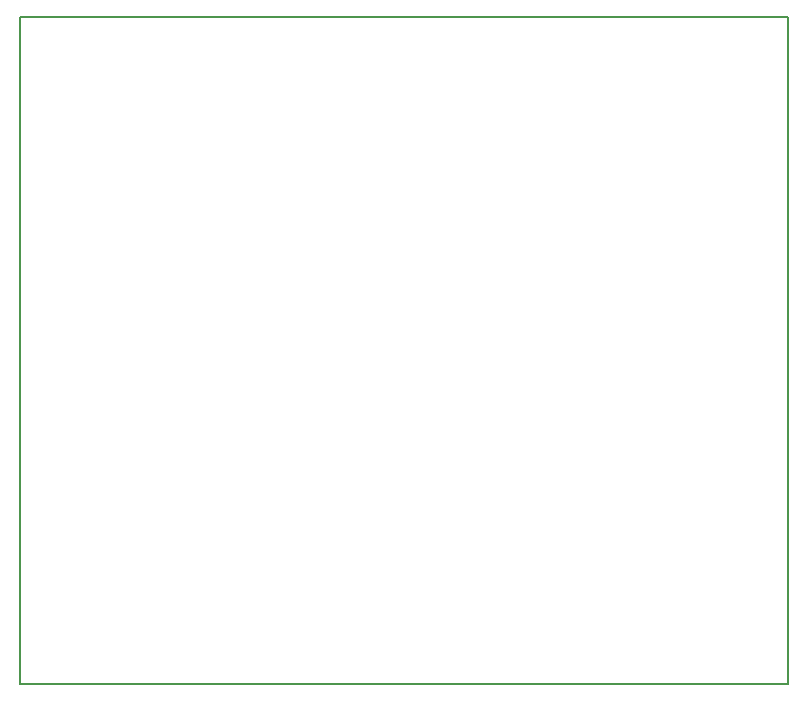
<source format=gbr>
%TF.GenerationSoftware,KiCad,Pcbnew,(6.0.0-0)*%
%TF.CreationDate,2023-03-08T15:11:31-05:00*%
%TF.ProjectId,carrier-board,63617272-6965-4722-9d62-6f6172642e6b,rev?*%
%TF.SameCoordinates,Original*%
%TF.FileFunction,Profile,NP*%
%FSLAX46Y46*%
G04 Gerber Fmt 4.6, Leading zero omitted, Abs format (unit mm)*
G04 Created by KiCad (PCBNEW (6.0.0-0)) date 2023-03-08 15:11:31*
%MOMM*%
%LPD*%
G01*
G04 APERTURE LIST*
%TA.AperFunction,Profile*%
%ADD10C,0.150000*%
%TD*%
G04 APERTURE END LIST*
D10*
X75050800Y-150000000D02*
X75050800Y-93500000D01*
X140050800Y-93500000D02*
X140050800Y-150000000D01*
X140050800Y-150000000D02*
X75050800Y-150000000D01*
X75050800Y-93500000D02*
X140050800Y-93500000D01*
M02*

</source>
